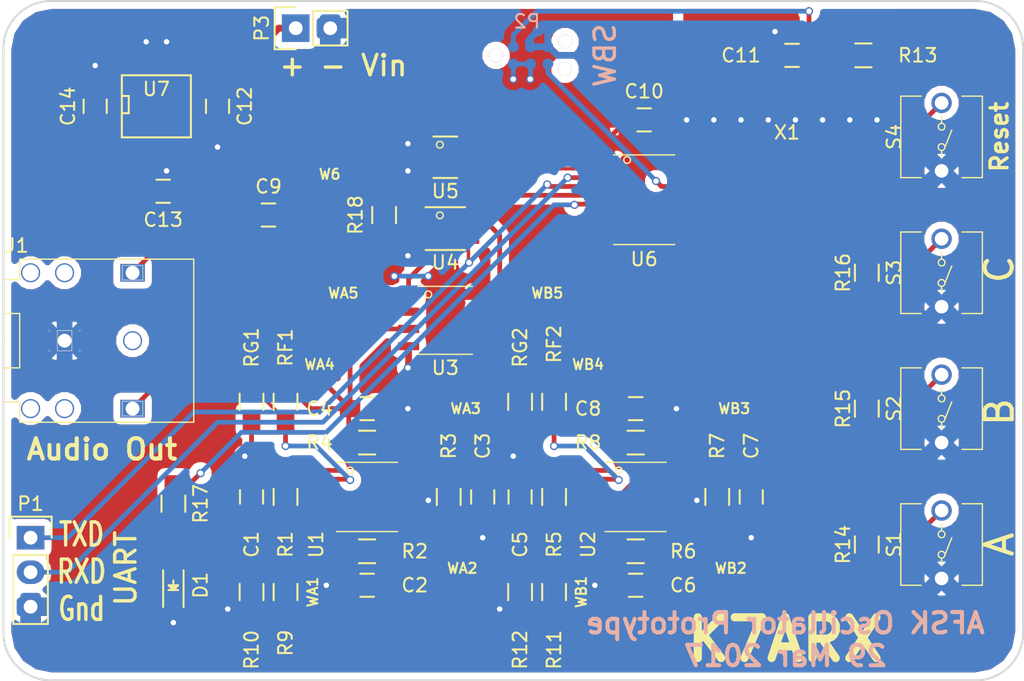
<source format=kicad_pcb>
(kicad_pcb (version 4) (host pcbnew 4.0.5)
  (layers (0 F.Cu signal) (31 B.Cu signal) (34 B.Paste user) (35 F.Paste user) (36 B.SilkS user) (37 F.SilkS user) (38 B.Mask user) (39 F.Mask user) (44 Edge.Cuts user))
  (net 0 "")
  (net 1 "Net-(C1-Pad1)")
  (net 2 GND)
  (net 3 "Net-(C2-Pad1)")
  (net 4 "Net-(C5-Pad1)")
  (net 5 "Net-(C6-Pad1)")
  (net 6 "Net-(C9-Pad1)")
  (net 7 "Net-(C9-Pad2)")
  (net 8 +3V3)
  (net 9 ~RST)
  (net 10 "Net-(C12-Pad2)")
  (net 11 "Net-(C13-Pad1)")
  (net 12 "Net-(C13-Pad2)")
  (net 13 "Net-(D1-Pad2)")
  (net 14 "Net-(J1-Pad3)")
  (net 15 TXD)
  (net 16 RXD)
  (net 17 TEST)
  (net 18 "Net-(R1-Pad2)")
  (net 19 "Net-(R2-Pad2)")
  (net 20 "Net-(R5-Pad2)")
  (net 21 "Net-(R6-Pad2)")
  (net 22 "Net-(R10-Pad2)")
  (net 23 B1)
  (net 24 B2)
  (net 25 B3)
  (net 26 LED)
  (net 27 AFSK_EN)
  (net 28 "Net-(RF1-Pad1)")
  (net 29 "Net-(RF2-Pad1)")
  (net 30 "Net-(U3-Pad1)")
  (net 31 "Net-(U3-Pad6)")
  (net 32 PTT)
  (net 33 "Net-(U6-Pad18)")
  (net 34 "Net-(U6-Pad19)")
  (net 35 "Net-(C3-Pad2)")
  (net 36 "Net-(C7-Pad2)")
  (net 37 "Net-(R3-Pad1)")
  (net 38 "Net-(R7-Pad1)")
  (net 39 "Net-(C4-Pad2)")
  (net 40 "Net-(C8-Pad2)")
  (net 41 "Net-(R4-Pad1)")
  (net 42 "Net-(R8-Pad1)")
  (net 43 "Net-(R11-Pad2)")
  (module Capacitors_SMD:C_0805_HandSoldering (layer F.Cu) (at 108.75 118 90)
    (fp_text reference C1 (at -3.5 0 90) (layer F.SilkS))
    (fp_text value C hide)
    (pad 1 smd rect (at -1.25 0 90) (size 1.5 1.25) (layers F.Cu F.Paste F.Mask) (net 1 "Net-(C1-Pad1)"))
    (pad 2 smd rect (at 1.25 0 90) (size 1.5 1.25) (layers F.Cu F.Paste F.Mask) (net 2 GND))
  )
  (module Capacitors_SMD:C_0805_HandSoldering (layer F.Cu) (at 117.25 124.5 180)
    (fp_text reference C2 (at -3.5 0 180) (layer F.SilkS))
    (fp_text value C hide)
    (pad 1 smd rect (at -1.25 0 180) (size 1.5 1.25) (layers F.Cu F.Paste F.Mask) (net 3 "Net-(C2-Pad1)"))
    (pad 2 smd rect (at 1.25 0 180) (size 1.5 1.25) (layers F.Cu F.Paste F.Mask) (net 2 GND))
  )
  (module Capacitors_SMD:C_0805_HandSoldering (layer F.Cu) (at 125.75 118 90)
    (fp_text reference C3 (at 3.75 0 90) (layer F.SilkS))
    (fp_text value C hide)
    (pad 1 smd rect (at -1.25 0 90) (size 1.5 1.25) (layers F.Cu F.Paste F.Mask) (net 2 GND))
    (pad 2 smd rect (at 1.25 0 90) (size 1.5 1.25) (layers F.Cu F.Paste F.Mask) (net 35 "Net-(C3-Pad2)"))
  )
  (module Capacitors_SMD:C_0805_HandSoldering (layer F.Cu) (at 117.25 111.5 180)
    (fp_text reference C4 (at 3.5 0 180) (layer F.SilkS))
    (fp_text value C hide)
    (pad 1 smd rect (at -1.25 0 180) (size 1.5 1.25) (layers F.Cu F.Paste F.Mask) (net 2 GND))
    (pad 2 smd rect (at 1.25 0 180) (size 1.5 1.25) (layers F.Cu F.Paste F.Mask) (net 39 "Net-(C4-Pad2)"))
  )
  (module Capacitors_SMD:C_0805_HandSoldering (layer F.Cu) (at 128.5 118 90)
    (fp_text reference C5 (at -3.5 0 90) (layer F.SilkS))
    (fp_text value C hide)
    (pad 1 smd rect (at -1.25 0 90) (size 1.5 1.25) (layers F.Cu F.Paste F.Mask) (net 4 "Net-(C5-Pad1)"))
    (pad 2 smd rect (at 1.25 0 90) (size 1.5 1.25) (layers F.Cu F.Paste F.Mask) (net 2 GND))
  )
  (module Capacitors_SMD:C_0805_HandSoldering (layer F.Cu) (at 137 124.5 180)
    (fp_text reference C6 (at -3.5 0 180) (layer F.SilkS))
    (fp_text value C hide)
    (pad 1 smd rect (at -1.25 0 180) (size 1.5 1.25) (layers F.Cu F.Paste F.Mask) (net 5 "Net-(C6-Pad1)"))
    (pad 2 smd rect (at 1.25 0 180) (size 1.5 1.25) (layers F.Cu F.Paste F.Mask) (net 2 GND))
  )
  (module Capacitors_SMD:C_0805_HandSoldering (layer F.Cu) (at 145.5 118 90)
    (fp_text reference C7 (at 3.75 0 90) (layer F.SilkS))
    (fp_text value C hide)
    (pad 1 smd rect (at -1.25 0 90) (size 1.5 1.25) (layers F.Cu F.Paste F.Mask) (net 2 GND))
    (pad 2 smd rect (at 1.25 0 90) (size 1.5 1.25) (layers F.Cu F.Paste F.Mask) (net 36 "Net-(C7-Pad2)"))
  )
  (module Capacitors_SMD:C_0805_HandSoldering (layer F.Cu) (at 137 111.5 180)
    (fp_text reference C8 (at 3.5 0 180) (layer F.SilkS))
    (fp_text value C hide)
    (pad 1 smd rect (at -1.25 0 180) (size 1.5 1.25) (layers F.Cu F.Paste F.Mask) (net 2 GND))
    (pad 2 smd rect (at 1.25 0 180) (size 1.5 1.25) (layers F.Cu F.Paste F.Mask) (net 40 "Net-(C8-Pad2)"))
  )
  (module Capacitors_SMD:C_0805_HandSoldering (layer F.Cu) (at 110 97.25)
    (fp_text reference C9 (at 0 -2.1) (layer F.SilkS))
    (fp_text value "10 uF" hide)
    (pad 1 smd rect (at -1.25 0) (size 1.5 1.25) (layers F.Cu F.Paste F.Mask) (net 6 "Net-(C9-Pad1)"))
    (pad 2 smd rect (at 1.25 0) (size 1.5 1.25) (layers F.Cu F.Paste F.Mask) (net 7 "Net-(C9-Pad2)"))
  )
  (module Capacitors_SMD:C_0805_HandSoldering (layer F.Cu) (at 137.625 90.25)
    (fp_text reference C10 (at 0 -2.1) (layer F.SilkS))
    (fp_text value "0.1 uF" hide)
    (pad 1 smd rect (at -1.25 0) (size 1.5 1.25) (layers F.Cu F.Paste F.Mask) (net 8 +3V3))
    (pad 2 smd rect (at 1.25 0) (size 1.5 1.25) (layers F.Cu F.Paste F.Mask) (net 2 GND))
  )
  (module Capacitors_SMD:C_0805_HandSoldering (layer F.Cu) (at 148.5 85.5 180)
    (fp_text reference C11 (at 3.75 0 180) (layer F.SilkS))
    (fp_text value "0.1 uF" hide)
    (pad 1 smd rect (at -1.25 0 180) (size 1.5 1.25) (layers F.Cu F.Paste F.Mask) (net 9 ~RST))
    (pad 2 smd rect (at 1.25 0 180) (size 1.5 1.25) (layers F.Cu F.Paste F.Mask) (net 2 GND))
  )
  (module Capacitors_SMD:C_0805_HandSoldering (layer F.Cu) (at 106.25 89.25 90)
    (fp_text reference C12 (at 0 2 90) (layer F.SilkS))
    (fp_text value 1uF hide)
    (pad 1 smd rect (at -1.25 0 90) (size 1.5 1.25) (layers F.Cu F.Paste F.Mask) (net 2 GND))
    (pad 2 smd rect (at 1.25 0 90) (size 1.5 1.25) (layers F.Cu F.Paste F.Mask) (net 10 "Net-(C12-Pad2)"))
  )
  (module Capacitors_SMD:C_0805_HandSoldering (layer F.Cu) (at 102.25 95.5 180)
    (fp_text reference C13 (at 0 -2.1 180) (layer F.SilkS))
    (fp_text value 0.01uF hide)
    (pad 1 smd rect (at -1.25 0 180) (size 1.5 1.25) (layers F.Cu F.Paste F.Mask) (net 11 "Net-(C13-Pad1)"))
    (pad 2 smd rect (at 1.25 0 180) (size 1.5 1.25) (layers F.Cu F.Paste F.Mask) (net 12 "Net-(C13-Pad2)"))
  )
  (module Capacitors_SMD:C_0805_HandSoldering (layer F.Cu) (at 97.25 89.25 270)
    (fp_text reference C14 (at 0 2 270) (layer F.SilkS))
    (fp_text value 10uF hide)
    (pad 1 smd rect (at -1.25 0 270) (size 1.5 1.25) (layers F.Cu F.Paste F.Mask) (net 2 GND))
    (pad 2 smd rect (at 1.25 0 270) (size 1.5 1.25) (layers F.Cu F.Paste F.Mask) (net 8 +3V3))
  )
  (module LEDs:LED-0805 (layer F.Cu) (at 103 124.5 90)
    (fp_text reference D1 (at 0 2 90) (layer F.SilkS))
    (fp_text value LED hide)
    (pad 2 smd rect (at 1.04902 0 270) (size 1.19888 1.19888) (layers F.Cu F.Paste F.Mask) (net 13 "Net-(D1-Pad2)"))
    (pad 1 smd rect (at -1.04902 0 270) (size 1.19888 1.19888) (layers F.Cu F.Paste F.Mask) (net 2 GND))
  )
  (module k7arx:Jack-TRS-SJ1-3523N (layer F.Cu) (at 90.5 106.5)
    (fp_text reference J1 (at 1 -7) (layer F.SilkS))
    (fp_text value "Audio Out Jack" hide)
    (pad ~ thru_hole circle (at 2 -5) (size 1.4 1.4) (drill 1.2) (layers *.Cu *.Mask))
    (pad ~ thru_hole circle (at 4.5 -5) (size 1.4 1.4) (drill 1.2) (layers *.Cu *.Mask))
    (pad ~ thru_hole circle (at 2 5) (size 1.4 1.4) (drill 1.2) (layers *.Cu *.Mask))
    (pad ~ thru_hole circle (at 4.5 5) (size 1.4 1.4) (drill 1.2) (layers *.Cu *.Mask))
    (pad ~ thru_hole circle (at 9.5 0) (size 1.4 1.4) (drill 1.2) (layers *.Cu *.Mask))
    (pad 1 thru_hole rect (at 4.5 0) (size 1.3 1.8) (drill 1.016) (layers *.Cu *.Mask) (net 2 GND))
    (pad 2 thru_hole rect (at 9.5 5) (size 1.8 1.3) (drill 1.016) (layers *.Cu *.Mask) (net 6 "Net-(C9-Pad1)"))
    (pad 3 thru_hole rect (at 9.5 -5) (size 1.8 1.3) (drill 1.016) (layers *.Cu *.Mask) (net 14 "Net-(J1-Pad3)"))
  )
  (module Pin_Headers:Pin_Header_Straight_1x03 (layer F.Cu) (at 92.5 121)
    (fp_text reference P1 (at 0 -2.5) (layer F.SilkS))
    (fp_text value UART hide)
    (pad 1 thru_hole rect (at 0 0) (size 2.032 1.7272) (drill 1.016) (layers *.Cu *.Mask) (net 15 TXD))
    (pad 2 thru_hole oval (at 0 2.54) (size 2.032 1.7272) (drill 1.016) (layers *.Cu *.Mask) (net 16 RXD))
    (pad 3 thru_hole oval (at 0 5.08) (size 2.032 1.7272) (drill 1.016) (layers *.Cu *.Mask) (net 2 GND))
  )
  (module k7arx:Tag-Connect_TC2030-NL (layer B.Cu) (at 128 85.5)
    (fp_text reference P2 (at 1 -2.5) (layer B.SilkS) (effects (justify mirror)))
    (fp_text value "SBW JTAG" hide)
    (pad "" np_thru_hole circle (at 3.81 1.016) (size 1 1) (drill 0.991) (layers *.Cu *.Mask B.SilkS))
    (pad "" np_thru_hole circle (at 3.81 -1.016) (size 1 1) (drill 0.991) (layers *.Cu *.Mask B.SilkS))
    (pad "" np_thru_hole circle (at -1.27 0) (size 1 1) (drill 0.991) (layers *.Cu *.Mask B.SilkS))
    (pad 6 smd circle (at 2.54 0.635) (size 0.787 0.787) (layers B.Cu B.Paste B.Mask) (net 17 TEST))
    (pad 5 smd circle (at 2.54 -0.635) (size 0.787 0.787) (layers B.Cu B.Paste B.Mask) (net 2 GND))
    (pad 4 smd circle (at 1.27 0.635) (size 0.787 0.787) (layers B.Cu B.Paste B.Mask) (net 8 +3V3))
    (pad 3 smd circle (at 1.27 -0.635) (size 0.787 0.787) (layers B.Cu B.Paste B.Mask) (net 2 GND))
    (pad 2 smd circle (at 0 0.635) (size 0.787 0.787) (layers B.Cu B.Paste B.Mask) (net 8 +3V3))
    (pad 1 smd circle (at 0 -0.635) (size 0.787 0.787) (layers B.Cu B.Paste B.Mask) (net 9 ~RST))
    (pad 1 smd circle (at 0 -0.635) (size 0.787 0.787) (layers B.Cu B.Paste B.Mask) (net 9 ~RST))
    (pad 2 smd circle (at 0 0.635) (size 0.787 0.787) (layers B.Cu B.Paste B.Mask) (net 8 +3V3))
    (pad 3 smd circle (at 1.27 -0.635) (size 0.787 0.787) (layers B.Cu B.Paste B.Mask) (net 2 GND))
    (pad 4 smd circle (at 1.27 0.635) (size 0.787 0.787) (layers B.Cu B.Paste B.Mask) (net 8 +3V3))
    (pad 5 smd circle (at 2.54 -0.635) (size 0.787 0.787) (layers B.Cu B.Paste B.Mask) (net 2 GND))
    (pad 6 smd circle (at 2.54 0.635) (size 0.787 0.787) (layers B.Cu B.Paste B.Mask) (net 17 TEST))
    (pad "" np_thru_hole circle (at -1.27 0) (size 1 1) (drill 0.991) (layers *.Cu *.Mask B.SilkS))
    (pad "" np_thru_hole circle (at 3.81 -1.016) (size 1 1) (drill 0.991) (layers *.Cu *.Mask B.SilkS))
    (pad "" np_thru_hole circle (at 3.81 1.016) (size 1 1) (drill 0.991) (layers *.Cu *.Mask B.SilkS))
  )
  (module Pin_Headers:Pin_Header_Straight_1x02 (layer F.Cu) (at 112 83.5 90)
    (fp_text reference P3 (at 0 -2.5 90) (layer F.SilkS))
    (fp_text value Power hide)
    (pad 1 thru_hole rect (at 0 0 90) (size 2.032 2.032) (drill 1.016) (layers *.Cu *.Mask) (net 10 "Net-(C12-Pad2)"))
    (pad 2 thru_hole oval (at 0 2.54 90) (size 2.032 2.032) (drill 1.016) (layers *.Cu *.Mask) (net 2 GND))
  )
  (module Resistors_SMD:R_0805_HandSoldering (layer F.Cu) (at 111.25 118 90)
    (fp_text reference R1 (at -3.5 0 90) (layer F.SilkS))
    (fp_text value R hide)
    (pad 1 smd rect (at -1.35 0 90) (size 1.5 1.3) (layers F.Cu F.Paste F.Mask) (net 1 "Net-(C1-Pad1)"))
    (pad 2 smd rect (at 1.35 0 90) (size 1.5 1.3) (layers F.Cu F.Paste F.Mask) (net 18 "Net-(R1-Pad2)"))
  )
  (module Resistors_SMD:R_0805_HandSoldering (layer F.Cu) (at 117.25 122 180)
    (fp_text reference R2 (at -3.5 0 180) (layer F.SilkS))
    (fp_text value R hide)
    (pad 1 smd rect (at -1.35 0 180) (size 1.5 1.3) (layers F.Cu F.Paste F.Mask) (net 3 "Net-(C2-Pad1)"))
    (pad 2 smd rect (at 1.35 0 180) (size 1.5 1.3) (layers F.Cu F.Paste F.Mask) (net 19 "Net-(R2-Pad2)"))
  )
  (module Resistors_SMD:R_0805_HandSoldering (layer F.Cu) (at 123.25 118 90)
    (fp_text reference R3 (at 3.75 0 90) (layer F.SilkS))
    (fp_text value R hide)
    (pad 1 smd rect (at -1.35 0 90) (size 1.5 1.3) (layers F.Cu F.Paste F.Mask) (net 37 "Net-(R3-Pad1)"))
    (pad 2 smd rect (at 1.35 0 90) (size 1.5 1.3) (layers F.Cu F.Paste F.Mask) (net 35 "Net-(C3-Pad2)"))
  )
  (module Resistors_SMD:R_0805_HandSoldering (layer F.Cu) (at 117.25 114 180)
    (fp_text reference R4 (at 3.5 0 180) (layer F.SilkS))
    (fp_text value R hide)
    (pad 1 smd rect (at -1.35 0 180) (size 1.5 1.3) (layers F.Cu F.Paste F.Mask) (net 41 "Net-(R4-Pad1)"))
    (pad 2 smd rect (at 1.35 0 180) (size 1.5 1.3) (layers F.Cu F.Paste F.Mask) (net 39 "Net-(C4-Pad2)"))
  )
  (module Resistors_SMD:R_0805_HandSoldering (layer F.Cu) (at 131 118 90)
    (fp_text reference R5 (at -3.5 0 90) (layer F.SilkS))
    (fp_text value R hide)
    (pad 1 smd rect (at -1.35 0 90) (size 1.5 1.3) (layers F.Cu F.Paste F.Mask) (net 4 "Net-(C5-Pad1)"))
    (pad 2 smd rect (at 1.35 0 90) (size 1.5 1.3) (layers F.Cu F.Paste F.Mask) (net 20 "Net-(R5-Pad2)"))
  )
  (module Resistors_SMD:R_0805_HandSoldering (layer F.Cu) (at 137 122 180)
    (fp_text reference R6 (at -3.5 0 180) (layer F.SilkS))
    (fp_text value R hide)
    (pad 1 smd rect (at -1.35 0 180) (size 1.5 1.3) (layers F.Cu F.Paste F.Mask) (net 5 "Net-(C6-Pad1)"))
    (pad 2 smd rect (at 1.35 0 180) (size 1.5 1.3) (layers F.Cu F.Paste F.Mask) (net 21 "Net-(R6-Pad2)"))
  )
  (module Resistors_SMD:R_0805_HandSoldering (layer F.Cu) (at 143 118 90)
    (fp_text reference R7 (at 3.75 0 90) (layer F.SilkS))
    (fp_text value R hide)
    (pad 1 smd rect (at -1.35 0 90) (size 1.5 1.3) (layers F.Cu F.Paste F.Mask) (net 38 "Net-(R7-Pad1)"))
    (pad 2 smd rect (at 1.35 0 90) (size 1.5 1.3) (layers F.Cu F.Paste F.Mask) (net 36 "Net-(C7-Pad2)"))
  )
  (module Resistors_SMD:R_0805_HandSoldering (layer F.Cu) (at 137 114 180)
    (fp_text reference R8 (at 3.5 0 180) (layer F.SilkS))
    (fp_text value R hide)
    (pad 1 smd rect (at -1.35 0 180) (size 1.5 1.3) (layers F.Cu F.Paste F.Mask) (net 42 "Net-(R8-Pad1)"))
    (pad 2 smd rect (at 1.35 0 180) (size 1.5 1.3) (layers F.Cu F.Paste F.Mask) (net 40 "Net-(C8-Pad2)"))
  )
  (module Resistors_SMD:R_0805_HandSoldering (layer F.Cu) (at 111.25 125 90)
    (fp_text reference R9 (at -3.75 0 90) (layer F.SilkS))
    (fp_text value 47k hide)
    (pad 1 smd rect (at -1.35 0 90) (size 1.5 1.3) (layers F.Cu F.Paste F.Mask) (net 8 +3V3))
    (pad 2 smd rect (at 1.35 0 90) (size 1.5 1.3) (layers F.Cu F.Paste F.Mask) (net 22 "Net-(R10-Pad2)"))
  )
  (module Resistors_SMD:R_0805_HandSoldering (layer F.Cu) (at 108.75 125 90)
    (fp_text reference R10 (at -4.25 0 90) (layer F.SilkS))
    (fp_text value 47k hide)
    (pad 1 smd rect (at -1.35 0 90) (size 1.5 1.3) (layers F.Cu F.Paste F.Mask) (net 2 GND))
    (pad 2 smd rect (at 1.35 0 90) (size 1.5 1.3) (layers F.Cu F.Paste F.Mask) (net 22 "Net-(R10-Pad2)"))
  )
  (module Resistors_SMD:R_0805_HandSoldering (layer F.Cu) (at 131 125 90)
    (fp_text reference R11 (at -4.25 0 90) (layer F.SilkS))
    (fp_text value 47k hide)
    (pad 1 smd rect (at -1.35 0 90) (size 1.5 1.3) (layers F.Cu F.Paste F.Mask) (net 8 +3V3))
    (pad 2 smd rect (at 1.35 0 90) (size 1.5 1.3) (layers F.Cu F.Paste F.Mask) (net 43 "Net-(R11-Pad2)"))
  )
  (module Resistors_SMD:R_0805_HandSoldering (layer F.Cu) (at 128.5 125 90)
    (fp_text reference R12 (at -4.25 0 90) (layer F.SilkS))
    (fp_text value 47k hide)
    (pad 1 smd rect (at -1.35 0 90) (size 1.5 1.3) (layers F.Cu F.Paste F.Mask) (net 2 GND))
    (pad 2 smd rect (at 1.35 0 90) (size 1.5 1.3) (layers F.Cu F.Paste F.Mask) (net 43 "Net-(R11-Pad2)"))
  )
  (module Resistors_SMD:R_0805_HandSoldering (layer F.Cu) (at 153.75 85.5)
    (fp_text reference R13 (at 4 0) (layer F.SilkS))
    (fp_text value 47k hide)
    (pad 1 smd rect (at -1.35 0) (size 1.5 1.3) (layers F.Cu F.Paste F.Mask) (net 9 ~RST))
    (pad 2 smd rect (at 1.35 0) (size 1.5 1.3) (layers F.Cu F.Paste F.Mask) (net 8 +3V3))
  )
  (module Resistors_SMD:R_0805_HandSoldering (layer F.Cu) (at 154 121.5 270)
    (fp_text reference R14 (at 0 1.75 270) (layer F.SilkS))
    (fp_text value 47k hide)
    (pad 1 smd rect (at -1.35 0 270) (size 1.5 1.3) (layers F.Cu F.Paste F.Mask) (net 23 B1))
    (pad 2 smd rect (at 1.35 0 270) (size 1.5 1.3) (layers F.Cu F.Paste F.Mask) (net 8 +3V3))
  )
  (module Resistors_SMD:R_0805_HandSoldering (layer F.Cu) (at 154 111.5 270)
    (fp_text reference R15 (at 0 1.75 270) (layer F.SilkS))
    (fp_text value 47k hide)
    (pad 1 smd rect (at -1.35 0 270) (size 1.5 1.3) (layers F.Cu F.Paste F.Mask) (net 24 B2))
    (pad 2 smd rect (at 1.35 0 270) (size 1.5 1.3) (layers F.Cu F.Paste F.Mask) (net 8 +3V3))
  )
  (module Resistors_SMD:R_0805_HandSoldering (layer F.Cu) (at 154 101.5 270)
    (fp_text reference R16 (at 0 1.75 270) (layer F.SilkS))
    (fp_text value 47k hide)
    (pad 1 smd rect (at -1.35 0 270) (size 1.5 1.3) (layers F.Cu F.Paste F.Mask) (net 25 B3))
    (pad 2 smd rect (at 1.35 0 270) (size 1.5 1.3) (layers F.Cu F.Paste F.Mask) (net 8 +3V3))
  )
  (module Resistors_SMD:R_0805_HandSoldering (layer F.Cu) (at 103 118.5 90)
    (fp_text reference R17 (at 0 2 90) (layer F.SilkS))
    (fp_text value 470 hide)
    (pad 1 smd rect (at -1.35 0 90) (size 1.5 1.3) (layers F.Cu F.Paste F.Mask) (net 13 "Net-(D1-Pad2)"))
    (pad 2 smd rect (at 1.35 0 90) (size 1.5 1.3) (layers F.Cu F.Paste F.Mask) (net 26 LED))
  )
  (module Resistors_SMD:R_0805_HandSoldering (layer F.Cu) (at 118.5 97.25 90)
    (fp_text reference R18 (at 0 -2.1 90) (layer F.SilkS))
    (fp_text value 47k hide)
    (pad 1 smd rect (at -1.35 0 90) (size 1.5 1.3) (layers F.Cu F.Paste F.Mask) (net 27 AFSK_EN))
    (pad 2 smd rect (at 1.35 0 90) (size 1.5 1.3) (layers F.Cu F.Paste F.Mask) (net 8 +3V3))
  )
  (module Resistors_SMD:R_0805_HandSoldering (layer F.Cu) (at 111.25 111 90)
    (fp_text reference RF1 (at 4 0 90) (layer F.SilkS))
    (fp_text value 360k hide)
    (pad 1 smd rect (at -1.35 0 90) (size 1.5 1.3) (layers F.Cu F.Paste F.Mask) (net 28 "Net-(RF1-Pad1)"))
    (pad 2 smd rect (at 1.35 0 90) (size 1.5 1.3) (layers F.Cu F.Paste F.Mask) (net 39 "Net-(C4-Pad2)"))
  )
  (module Resistors_SMD:R_0805_HandSoldering (layer F.Cu) (at 131 111 90)
    (fp_text reference RF2 (at 4.25 0 90) (layer F.SilkS))
    (fp_text value 360k hide)
    (pad 1 smd rect (at -1.35 0 90) (size 1.5 1.3) (layers F.Cu F.Paste F.Mask) (net 29 "Net-(RF2-Pad1)"))
    (pad 2 smd rect (at 1.35 0 90) (size 1.5 1.3) (layers F.Cu F.Paste F.Mask) (net 40 "Net-(C8-Pad2)"))
  )
  (module Resistors_SMD:R_0805_HandSoldering (layer F.Cu) (at 108.75 111 90)
    (fp_text reference RG1 (at 4 0 90) (layer F.SilkS))
    (fp_text value 1.5M hide)
    (pad 1 smd rect (at -1.35 0 90) (size 1.5 1.3) (layers F.Cu F.Paste F.Mask) (net 18 "Net-(R1-Pad2)"))
    (pad 2 smd rect (at 1.35 0 90) (size 1.5 1.3) (layers F.Cu F.Paste F.Mask) (net 28 "Net-(RF1-Pad1)"))
  )
  (module Resistors_SMD:R_0805_HandSoldering (layer F.Cu) (at 128.5 111 90)
    (fp_text reference RG2 (at 4 0 90) (layer F.SilkS))
    (fp_text value 1.5M hide)
    (pad 1 smd rect (at -1.35 0 90) (size 1.5 1.3) (layers F.Cu F.Paste F.Mask) (net 20 "Net-(R5-Pad2)"))
    (pad 2 smd rect (at 1.35 0 90) (size 1.5 1.3) (layers F.Cu F.Paste F.Mask) (net 29 "Net-(RF2-Pad1)"))
  )
  (module k7arx:SPST-EVQ2 (layer F.Cu) (at 159.5 121.5)
    (fp_text reference S1 (at -3.5 0 90) (layer F.SilkS))
    (fp_text value TactileSwitch_NO hide)
    (pad 1 thru_hole circle (at 0 2.5) (size 1.5 1.5) (drill 1) (layers *.Cu *.Mask) (net 2 GND))
    (pad 2 thru_hole circle (at 0 -2.5) (size 1.5 1.5) (drill 1) (layers *.Cu *.Mask) (net 23 B1))
  )
  (module k7arx:SPST-EVQ2 (layer F.Cu) (at 159.5 111.5)
    (fp_text reference S2 (at -3.5 0 90) (layer F.SilkS))
    (fp_text value TactileSwitch_NO hide)
    (pad 1 thru_hole circle (at 0 2.5) (size 1.5 1.5) (drill 1) (layers *.Cu *.Mask) (net 2 GND))
    (pad 2 thru_hole circle (at 0 -2.5) (size 1.5 1.5) (drill 1) (layers *.Cu *.Mask) (net 24 B2))
  )
  (module k7arx:SPST-EVQ2 (layer F.Cu) (at 159.5 101.5)
    (fp_text reference S3 (at -3.5 0 90) (layer F.SilkS))
    (fp_text value TactileSwitch_NO hide)
    (pad 1 thru_hole circle (at 0 2.5) (size 1.5 1.5) (drill 1) (layers *.Cu *.Mask) (net 2 GND))
    (pad 2 thru_hole circle (at 0 -2.5) (size 1.5 1.5) (drill 1) (layers *.Cu *.Mask) (net 25 B3))
  )
  (module k7arx:SPST-EVQ2 (layer F.Cu) (at 159.5 91.5)
    (fp_text reference S4 (at -3.5 0 90) (layer F.SilkS))
    (fp_text value TactileSwitch_NO hide)
    (pad 1 thru_hole circle (at 0 2.5) (size 1.5 1.5) (drill 1) (layers *.Cu *.Mask) (net 2 GND))
    (pad 2 thru_hole circle (at 0 -2.5) (size 1.5 1.5) (drill 1) (layers *.Cu *.Mask) (net 9 ~RST))
  )
  (module texas-instruments:PW-14 (layer F.Cu) (at 117.25 118 270)
    (fp_text reference U1 (at 3.5 3.75 450) (layer F.SilkS))
    (fp_text value OPA4322 hide)
    (pad 1 smd rect (at -1.95 2.8 270) (size 0.35 1.6) (layers F.Cu F.Paste F.Mask) (net 18 "Net-(R1-Pad2)"))
    (pad 2 smd rect (at -1.3 2.8 270) (size 0.35 1.6) (layers F.Cu F.Paste F.Mask) (net 28 "Net-(RF1-Pad1)"))
    (pad 3 smd rect (at -0.65 2.8 270) (size 0.35 1.6) (layers F.Cu F.Paste F.Mask) (net 22 "Net-(R10-Pad2)"))
    (pad 4 smd rect (at 0 2.8 270) (size 0.35 1.6) (layers F.Cu F.Paste F.Mask) (net 8 +3V3))
    (pad 5 smd rect (at 0.65 2.8 270) (size 0.35 1.6) (layers F.Cu F.Paste F.Mask) (net 1 "Net-(C1-Pad1)"))
    (pad 6 smd rect (at 1.3 2.8 270) (size 0.35 1.6) (layers F.Cu F.Paste F.Mask) (net 19 "Net-(R2-Pad2)"))
    (pad 7 smd rect (at 1.95 2.8 270) (size 0.35 1.6) (layers F.Cu F.Paste F.Mask) (net 19 "Net-(R2-Pad2)"))
    (pad 8 smd rect (at 1.95 -2.8 270) (size 0.35 1.6) (layers F.Cu F.Paste F.Mask) (net 37 "Net-(R3-Pad1)"))
    (pad 9 smd rect (at 1.3 -2.8 270) (size 0.35 1.6) (layers F.Cu F.Paste F.Mask) (net 37 "Net-(R3-Pad1)"))
    (pad 10 smd rect (at 0.65 -2.8 270) (size 0.35 1.6) (layers F.Cu F.Paste F.Mask) (net 3 "Net-(C2-Pad1)"))
    (pad 11 smd rect (at 0 -2.8 270) (size 0.35 1.6) (layers F.Cu F.Paste F.Mask) (net 2 GND))
    (pad 12 smd rect (at -0.65 -2.8 270) (size 0.35 1.6) (layers F.Cu F.Paste F.Mask) (net 35 "Net-(C3-Pad2)"))
    (pad 13 smd rect (at -1.3 -2.8 270) (size 0.35 1.6) (layers F.Cu F.Paste F.Mask) (net 41 "Net-(R4-Pad1)"))
    (pad 14 smd rect (at -1.95 -2.8 270) (size 0.35 1.6) (layers F.Cu F.Paste F.Mask) (net 41 "Net-(R4-Pad1)"))
  )
  (module texas-instruments:PW-14 (layer F.Cu) (at 137 118 270)
    (fp_text reference U2 (at 3.5 3.5 450) (layer F.SilkS))
    (fp_text value OPA4322 hide)
    (pad 1 smd rect (at -1.95 2.8 270) (size 0.35 1.6) (layers F.Cu F.Paste F.Mask) (net 20 "Net-(R5-Pad2)"))
    (pad 2 smd rect (at -1.3 2.8 270) (size 0.35 1.6) (layers F.Cu F.Paste F.Mask) (net 29 "Net-(RF2-Pad1)"))
    (pad 3 smd rect (at -0.65 2.8 270) (size 0.35 1.6) (layers F.Cu F.Paste F.Mask) (net 43 "Net-(R11-Pad2)"))
    (pad 4 smd rect (at 0 2.8 270) (size 0.35 1.6) (layers F.Cu F.Paste F.Mask) (net 8 +3V3))
    (pad 5 smd rect (at 0.65 2.8 270) (size 0.35 1.6) (layers F.Cu F.Paste F.Mask) (net 4 "Net-(C5-Pad1)"))
    (pad 6 smd rect (at 1.3 2.8 270) (size 0.35 1.6) (layers F.Cu F.Paste F.Mask) (net 21 "Net-(R6-Pad2)"))
    (pad 7 smd rect (at 1.95 2.8 270) (size 0.35 1.6) (layers F.Cu F.Paste F.Mask) (net 21 "Net-(R6-Pad2)"))
    (pad 8 smd rect (at 1.95 -2.8 270) (size 0.35 1.6) (layers F.Cu F.Paste F.Mask) (net 38 "Net-(R7-Pad1)"))
    (pad 9 smd rect (at 1.3 -2.8 270) (size 0.35 1.6) (layers F.Cu F.Paste F.Mask) (net 38 "Net-(R7-Pad1)"))
    (pad 10 smd rect (at 0.65 -2.8 270) (size 0.35 1.6) (layers F.Cu F.Paste F.Mask) (net 5 "Net-(C6-Pad1)"))
    (pad 11 smd rect (at 0 -2.8 270) (size 0.35 1.6) (layers F.Cu F.Paste F.Mask) (net 2 GND))
    (pad 12 smd rect (at -0.65 -2.8 270) (size 0.35 1.6) (layers F.Cu F.Paste F.Mask) (net 36 "Net-(C7-Pad2)"))
    (pad 13 smd rect (at -1.3 -2.8 270) (size 0.35 1.6) (layers F.Cu F.Paste F.Mask) (net 42 "Net-(R8-Pad1)"))
    (pad 14 smd rect (at -1.95 -2.8 270) (size 0.35 1.6) (layers F.Cu F.Paste F.Mask) (net 42 "Net-(R8-Pad1)"))
  )
  (module texas-instruments:D (layer F.Cu) (at 123 105 270)
    (fp_text reference U3 (at 3.5 0 360) (layer F.SilkS))
    (fp_text value OPA2322 hide)
    (pad 1 smd rect (at -1.905 2.7 270) (size 0.6 1.55) (layers F.Cu F.Paste F.Mask) (net 30 "Net-(U3-Pad1)"))
    (pad 2 smd rect (at -0.635 2.7 270) (size 0.6 1.55) (layers F.Cu F.Paste F.Mask) (net 30 "Net-(U3-Pad1)"))
    (pad 3 smd rect (at 0.635 2.7 270) (size 0.6 1.55) (layers F.Cu F.Paste F.Mask) (net 39 "Net-(C4-Pad2)"))
    (pad 4 smd rect (at 1.905 2.7 270) (size 0.6 1.55) (layers F.Cu F.Paste F.Mask) (net 2 GND))
    (pad 5 smd rect (at 1.905 -2.7 270) (size 0.6 1.55) (layers F.Cu F.Paste F.Mask) (net 40 "Net-(C8-Pad2)"))
    (pad 6 smd rect (at 0.635 -2.7 270) (size 0.6 1.55) (layers F.Cu F.Paste F.Mask) (net 31 "Net-(U3-Pad6)"))
    (pad 7 smd rect (at -0.635 -2.7 270) (size 0.6 1.55) (layers F.Cu F.Paste F.Mask) (net 31 "Net-(U3-Pad6)"))
    (pad 8 smd rect (at -1.905 -2.7 270) (size 0.6 1.55) (layers F.Cu F.Paste F.Mask) (net 8 +3V3))
  )
  (module texas-instruments:DCT (layer F.Cu) (at 123 98.25 270)
    (fp_text reference U4 (at 2.5 0 360) (layer F.SilkS))
    (fp_text value TS5A2053 hide)
    (pad 1 smd rect (at -0.975 1.7 270) (size 0.3 1.6) (layers F.Cu F.Paste F.Mask) (net 7 "Net-(C9-Pad2)"))
    (pad 2 smd rect (at -0.325 1.7 270) (size 0.3 1.6) (layers F.Cu F.Paste F.Mask) (net 27 AFSK_EN))
    (pad 3 smd rect (at 0.325 1.7 270) (size 0.3 1.6) (layers F.Cu F.Paste F.Mask) (net 2 GND))
    (pad 4 smd rect (at 0.975 1.7 270) (size 0.3 1.6) (layers F.Cu F.Paste F.Mask) (net 2 GND))
    (pad 5 smd rect (at 0.975 -1.7 270) (size 0.3 1.6) (layers F.Cu F.Paste F.Mask) (net 15 TXD))
    (pad 6 smd rect (at 0.325 -1.7 270) (size 0.3 1.6) (layers F.Cu F.Paste F.Mask) (net 30 "Net-(U3-Pad1)"))
    (pad 7 smd rect (at -0.325 -1.7 270) (size 0.3 1.6) (layers F.Cu F.Paste F.Mask) (net 31 "Net-(U3-Pad6)"))
    (pad 8 smd rect (at -0.975 -1.7 270) (size 0.3 1.6) (layers F.Cu F.Paste F.Mask) (net 8 +3V3))
  )
  (module texas-instruments:DBV (layer F.Cu) (at 123 93 270)
    (fp_text reference U5 (at 2.5 0 360) (layer F.SilkS))
    (fp_text value TS5A1066 hide)
    (pad 5 smd rect (at -0.95 -1.35 270) (size 0.6 1.05) (layers F.Cu F.Paste F.Mask) (net 8 +3V3))
    (pad 4 smd rect (at 0.95 -1.35 270) (size 0.6 1.05) (layers F.Cu F.Paste F.Mask) (net 32 PTT))
    (pad 1 smd rect (at -0.95 1.35 270) (size 0.6 1.05) (layers F.Cu F.Paste F.Mask) (net 2 GND))
    (pad 2 smd rect (at 0 1.35 270) (size 0.6 1.05) (layers F.Cu F.Paste F.Mask) (net 14 "Net-(J1-Pad3)"))
    (pad 3 smd rect (at 0.95 1.35 270) (size 0.6 1.05) (layers F.Cu F.Paste F.Mask) (net 2 GND))
  )
  (module texas-instruments:PW-20 (layer F.Cu) (at 137.625 96.125 270)
    (fp_text reference U6 (at 4.375 0 360) (layer F.SilkS))
    (fp_text value MSP430G2x53 hide)
    (pad 1 smd rect (at -2.925 2.8 270) (size 0.35 1.6) (layers F.Cu F.Paste F.Mask) (net 8 +3V3))
    (pad 2 smd rect (at -2.275 2.8 270) (size 0.35 1.6) (layers F.Cu F.Paste F.Mask) (net 27 AFSK_EN))
    (pad 3 smd rect (at -1.625 2.8 270) (size 0.35 1.6) (layers F.Cu F.Paste F.Mask) (net 16 RXD))
    (pad 4 smd rect (at -0.975 2.8 270) (size 0.35 1.6) (layers F.Cu F.Paste F.Mask) (net 15 TXD))
    (pad 5 smd rect (at -0.325 2.8 270) (size 0.35 1.6) (layers F.Cu F.Paste F.Mask) (net 32 PTT))
    (pad 6 smd rect (at 0.325 2.8 270) (size 0.35 1.6) (layers F.Cu F.Paste F.Mask) (net 26 LED))
    (pad 7 smd rect (at 0.975 2.8 270) (size 0.35 1.6) (layers F.Cu F.Paste F.Mask))
    (pad 8 smd rect (at 1.625 2.8 270) (size 0.35 1.6) (layers F.Cu F.Paste F.Mask))
    (pad 9 smd rect (at 2.275 2.8 270) (size 0.35 1.6) (layers F.Cu F.Paste F.Mask))
    (pad 10 smd rect (at 2.925 2.8 270) (size 0.35 1.6) (layers F.Cu F.Paste F.Mask))
    (pad 11 smd rect (at 2.925 -2.8 270) (size 0.35 1.6) (layers F.Cu F.Paste F.Mask) (net 23 B1))
    (pad 12 smd rect (at 2.275 -2.8 270) (size 0.35 1.6) (layers F.Cu F.Paste F.Mask) (net 24 B2))
    (pad 13 smd rect (at 1.625 -2.8 270) (size 0.35 1.6) (layers F.Cu F.Paste F.Mask) (net 25 B3))
    (pad 14 smd rect (at 0.975 -2.8 270) (size 0.35 1.6) (layers F.Cu F.Paste F.Mask))
    (pad 15 smd rect (at 0.325 -2.8 270) (size 0.35 1.6) (layers F.Cu F.Paste F.Mask))
    (pad 16 smd rect (at -0.325 -2.8 270) (size 0.35 1.6) (layers F.Cu F.Paste F.Mask) (net 9 ~RST))
    (pad 17 smd rect (at -0.975 -2.8 270) (size 0.35 1.6) (layers F.Cu F.Paste F.Mask) (net 17 TEST))
    (pad 18 smd rect (at -1.625 -2.8 270) (size 0.35 1.6) (layers F.Cu F.Paste F.Mask) (net 33 "Net-(U6-Pad18)"))
    (pad 19 smd rect (at -2.275 -2.8 270) (size 0.35 1.6) (layers F.Cu F.Paste F.Mask) (net 34 "Net-(U6-Pad19)"))
    (pad 20 smd rect (at -2.925 -2.8 270) (size 0.35 1.6) (layers F.Cu F.Paste F.Mask) (net 2 GND))
  )
  (module SMD_Packages:SOIC-8-N (layer F.Cu) (at 101.75 89.25)
    (fp_text reference U7 (at 0 -1.27) (layer F.SilkS))
    (fp_text value LT1763 hide)
    (pad 8 smd rect (at -1.905 -3.175) (size 0.508 1.143) (layers F.Cu F.Paste F.Mask) (net 10 "Net-(C12-Pad2)"))
    (pad 7 smd rect (at -0.635 -3.175) (size 0.508 1.143) (layers F.Cu F.Paste F.Mask) (net 2 GND))
    (pad 6 smd rect (at 0.635 -3.175) (size 0.508 1.143) (layers F.Cu F.Paste F.Mask) (net 2 GND))
    (pad 5 smd rect (at 1.905 -3.175) (size 0.508 1.143) (layers F.Cu F.Paste F.Mask) (net 10 "Net-(C12-Pad2)"))
    (pad 4 smd rect (at 1.905 3.175) (size 0.508 1.143) (layers F.Cu F.Paste F.Mask) (net 11 "Net-(C13-Pad1)"))
    (pad 3 smd rect (at 0.635 3.175) (size 0.508 1.143) (layers F.Cu F.Paste F.Mask) (net 2 GND))
    (pad 2 smd rect (at -0.635 3.175) (size 0.508 1.143) (layers F.Cu F.Paste F.Mask) (net 12 "Net-(C13-Pad2)"))
    (pad 1 smd rect (at -1.905 3.175) (size 0.508 1.143) (layers F.Cu F.Paste F.Mask) (net 8 +3V3))
  )
  (module k7arx:XTAL-CMR200T (layer F.Cu) (at 148.125 94.175 180)
    (fp_text reference X1 (at 0 3 180) (layer F.SilkS))
    (fp_text value Crystal hide)
    (pad ~ smd rect (at -3.875 0 180) (size 2.5 2.5) (layers F.Cu F.Paste F.Mask))
    (pad 2 smd rect (at 3.875 -1.25 180) (size 2.5 1) (layers F.Cu F.Paste F.Mask) (net 33 "Net-(U6-Pad18)"))
    (pad 1 smd rect (at 3.875 1.25 180) (size 2.5 1) (layers F.Cu F.Paste F.Mask) (net 34 "Net-(U6-Pad19)"))
  )
  (module k7arx:Test_Point (layer F.Cu) (at 114.5 95.5)
    (fp_text reference W6 (at 0 -1.25) (layer F.SilkS) (effects (font (size 0.75 0.75))))
    (fp_text value AOut hide)
    (pad 1 smd circle (at 0 0) (size 1 1) (layers F.Cu F.Paste F.Mask) (net 7 "Net-(C9-Pad2)"))
  )
  (module k7arx:Test_Point (layer F.Cu) (at 113.25 123.25)
    (fp_text reference WA1 (at 0 1.75 90) (layer F.SilkS) (effects (font (size 0.75 0.75))))
    (fp_text value Stage1A hide)
    (pad 1 smd circle (at 0 0) (size 1 1) (layers F.Cu F.Paste F.Mask) (net 1 "Net-(C1-Pad1)"))
  )
  (module k7arx:Test_Point (layer F.Cu) (at 122.25 123.25)
    (fp_text reference WA2 (at 2 0) (layer F.SilkS) (effects (font (size 0.75 0.75))))
    (fp_text value Stage2A hide)
    (pad 1 smd circle (at 0 0) (size 1 1) (layers F.Cu F.Paste F.Mask) (net 3 "Net-(C2-Pad1)"))
  )
  (module k7arx:Test_Point (layer F.Cu) (at 124.5 112.75)
    (fp_text reference WA3 (at 0 -1.25) (layer F.SilkS) (effects (font (size 0.75 0.75))))
    (fp_text value Stage3A hide)
    (pad 1 smd circle (at 0 0) (size 1 1) (layers F.Cu F.Paste F.Mask) (net 35 "Net-(C3-Pad2)"))
  )
  (module k7arx:Test_Point (layer F.Cu) (at 113.75 109.5)
    (fp_text reference WA4 (at 0 -1.25) (layer F.SilkS) (effects (font (size 0.75 0.75))))
    (fp_text value Stage4A hide)
    (pad 1 smd circle (at 0 0) (size 1 1) (layers F.Cu F.Paste F.Mask) (net 39 "Net-(C4-Pad2)"))
  )
  (module k7arx:Test_Point (layer F.Cu) (at 117.5 103)
    (fp_text reference WA5 (at -2 0) (layer F.SilkS) (effects (font (size 0.75 0.75))))
    (fp_text value OSCA hide)
    (pad 1 smd circle (at 0 0) (size 1 1) (layers F.Cu F.Paste F.Mask) (net 30 "Net-(U3-Pad1)"))
  )
  (module k7arx:Test_Point (layer F.Cu) (at 133 123.25)
    (fp_text reference WB1 (at 0 1.75 90) (layer F.SilkS) (effects (font (size 0.75 0.75))))
    (fp_text value Stage1B hide)
    (pad 1 smd circle (at 0 0) (size 1 1) (layers F.Cu F.Paste F.Mask) (net 4 "Net-(C5-Pad1)"))
  )
  (module k7arx:Test_Point (layer F.Cu) (at 142 123.25)
    (fp_text reference WB2 (at 2 0) (layer F.SilkS) (effects (font (size 0.75 0.75))))
    (fp_text value Stage2B hide)
    (pad 1 smd circle (at 0 0) (size 1 1) (layers F.Cu F.Paste F.Mask) (net 5 "Net-(C6-Pad1)"))
  )
  (module k7arx:Test_Point (layer F.Cu) (at 144.25 112.75)
    (fp_text reference WB3 (at 0 -1.25) (layer F.SilkS) (effects (font (size 0.75 0.75))))
    (fp_text value Stage3B hide)
    (pad 1 smd circle (at 0 0) (size 1 1) (layers F.Cu F.Paste F.Mask) (net 36 "Net-(C7-Pad2)"))
  )
  (module k7arx:Test_Point (layer F.Cu) (at 133.5 109.5)
    (fp_text reference WB4 (at 0 -1.25) (layer F.SilkS) (effects (font (size 0.75 0.75))))
    (fp_text value Stage4B hide)
    (pad 1 smd circle (at 0 0) (size 1 1) (layers F.Cu F.Paste F.Mask) (net 40 "Net-(C8-Pad2)"))
  )
  (module k7arx:Test_Point (layer F.Cu) (at 128.5 103)
    (fp_text reference WB5 (at 2 0) (layer F.SilkS) (effects (font (size 0.75 0.75))))
    (fp_text value OSCB hide)
    (pad 1 smd circle (at 0 0) (size 1 1) (layers F.Cu F.Paste F.Mask) (net 31 "Net-(U3-Pad6)"))
  )
  (gr_line (start 95.535 105.75) (end 94.465 105.75) (angle 90) (layer Edge.Cuts) (width 0.05))
  (gr_line (start 95.535 107.25) (end 95.535 105.75) (angle 90) (layer Edge.Cuts) (width 0.05))
  (gr_line (start 94.465 107.25) (end 95.535 107.25) (angle 90) (layer Edge.Cuts) (width 0.05))
  (gr_line (start 94.465 105.75) (end 94.465 107.25) (angle 90) (layer Edge.Cuts) (width 0.05))
  (gr_line (start 100.75 110.965) (end 99.25 110.965) (angle 90) (layer Edge.Cuts) (width 0.05))
  (gr_line (start 100.75 112.035) (end 100.75 110.965) (angle 90) (layer Edge.Cuts) (width 0.05))
  (gr_line (start 99.25 112.035) (end 100.75 112.035) (angle 90) (layer Edge.Cuts) (width 0.05))
  (gr_line (start 99.25 110.965) (end 99.25 112.035) (angle 90) (layer Edge.Cuts) (width 0.05))
  (gr_line (start 99.25 102.035) (end 100.75 102.035) (angle 90) (layer Edge.Cuts) (width 0.05))
  (gr_line (start 100.75 100.965) (end 100.75 102.035) (angle 90) (layer Edge.Cuts) (width 0.05))
  (gr_line (start 99.25 100.965) (end 100.75 100.965) (angle 90) (layer Edge.Cuts) (width 0.05))
  (gr_line (start 99.25 102.035) (end 99.25 100.965) (angle 90) (layer Edge.Cuts) (width 0.05))
  (gr_arc (start 162 85) (end 162 81.5) (angle 90) (layer Edge.Cuts) (width 0.15))
  (gr_arc (start 162 128) (end 165.5 128) (angle 90) (layer Edge.Cuts) (width 0.15))
  (gr_arc (start 94 85) (end 90.5 85) (angle 90) (layer Edge.Cuts) (width 0.15))
  (gr_line (start 90.5 106.5) (end 90.5 85) (angle 90) (layer Edge.Cuts) (width 0.15))
  (gr_line (start 162 81.5) (end 94 81.5) (angle 90) (layer Edge.Cuts) (width 0.15))
  (gr_line (start 165.5 128) (end 165.5 85) (angle 90) (layer Edge.Cuts) (width 0.15))
  (gr_arc (start 94 128) (end 94 131.5) (angle 90) (layer Edge.Cuts) (width 0.15))
  (gr_line (start 94 131.5) (end 162 131.5) (angle 90) (layer Edge.Cuts) (width 0.15))
  (gr_line (start 90.5 106.5) (end 90.5 128) (angle 90) (layer Edge.Cuts) (width 0.15))
  (gr_text "Audio Out" (at 97.75 114.5) (layer F.SilkS) (effects (font (size 1.5 1.5) (thickness 0.3))))
  (gr_text "AFSK Oscillator Prototype\n29 Mar 2017" (at 148 128.5) (layer B.SilkS) (effects (font (size 1.5 1.5) (thickness 0.3)) (justify mirror)))
  (gr_text C (at 163.75 101.25 90) (layer F.SilkS) (effects (font (size 2 2) (thickness 0.3))))
  (gr_text B (at 163.75 111.75 90) (layer F.SilkS) (effects (font (size 2 2) (thickness 0.3))))
  (gr_text A (at 163.75 121.5 90) (layer F.SilkS) (effects (font (size 2 2) (thickness 0.3))))
  (gr_text Reset (at 163.75 91.5 90) (layer F.SilkS) (effects (font (size 1.25 1.25) (thickness 0.25))))
  (gr_text SBW (at 134.75 85.5 90) (layer B.SilkS) (effects (font (size 1.5 1.5) (thickness 0.25)) (justify mirror)))
  (gr_text "+ - Vin" (at 115.5 86.25) (layer F.SilkS) (effects (font (size 1.5 1.5) (thickness 0.25))))
  (gr_text UART (at 99.5 123.25 90) (layer F.SilkS) (effects (font (size 1.5 1.5) (thickness 0.25))))
  (gr_text "TXD\nRXD\nGnd" (at 96.25 123.5) (layer F.SilkS) (effects (font (size 1.7 1.2) (thickness 0.25))))
  (gr_text K7ARX (at 148 128.5) (layer F.SilkS) (effects (font (size 3 3) (thickness 0.6))))
  (segment (start 111.25 119.35) (end 111.25 121.25) (width 0.35) (layer F.Cu) (net 1))
  (segment (start 111.25 121.25) (end 113.25 123.25) (width 0.35) (layer F.Cu) (net 1))
  (segment (start 108.75 119.25) (end 111.15 119.25) (width 0.35) (layer F.Cu) (net 1))
  (segment (start 111.15 119.25) (end 111.25 119.35) (width 0.25) (layer F.Cu) (net 1))
  (segment (start 114.45 118.65) (end 111.95 118.65) (width 0.25) (layer F.Cu) (net 1))
  (segment (start 111.95 118.65) (end 111.25 119.35) (width 0.25) (layer F.Cu) (net 1))
  (segment (start 103 125.54902) (end 103 127.25) (width 0.5) (layer F.Cu) (net 2))
  (via (at 103 127.25) (size 0.6) (drill 0.4) (layers F.Cu B.Cu) (net 2))
  (segment (start 121.3 99.225) (end 121.275 99.225) (width 0.5) (layer F.Cu) (net 2))
  (segment (start 121.275 99.225) (end 120.25 100.25) (width 0.5) (layer F.Cu) (net 2))
  (via (at 120.25 100.25) (size 0.6) (drill 0.4) (layers F.Cu B.Cu) (net 2))
  (segment (start 121.3 98.575) (end 121.3 99.225) (width 0.5) (layer F.Cu) (net 2))
  (segment (start 120.25 108.5) (end 120.25 111.5) (width 0.5) (layer B.Cu) (net 2))
  (via (at 120.25 111.5) (size 0.6) (drill 0.4) (layers F.Cu B.Cu) (net 2))
  (segment (start 118.5 111.5) (end 120.25 111.5) (width 0.5) (layer F.Cu) (net 2))
  (segment (start 120.3 108.45) (end 120.25 108.5) (width 0.25) (layer F.Cu) (net 2))
  (via (at 120.25 108.5) (size 0.6) (drill 0.4) (layers F.Cu B.Cu) (net 2))
  (segment (start 120.3 108.45) (end 120.3 106.905) (width 0.5) (layer F.Cu) (net 2))
  (segment (start 148.75 90.25) (end 150.75 90.25) (width 0.5) (layer B.Cu) (net 2))
  (via (at 142.75 90.25) (size 0.6) (drill 0.4) (layers F.Cu B.Cu) (net 2))
  (segment (start 142.75 90.25) (end 144.75 90.25) (width 0.5) (layer F.Cu) (net 2))
  (via (at 144.75 90.25) (size 0.6) (drill 0.4) (layers F.Cu B.Cu) (net 2))
  (segment (start 144.75 90.25) (end 146.75 90.25) (width 0.5) (layer B.Cu) (net 2))
  (via (at 146.75 90.25) (size 0.6) (drill 0.4) (layers F.Cu B.Cu) (net 2))
  (segment (start 146.75 90.25) (end 148.75 90.25) (width 0.5) (layer F.Cu) (net 2))
  (via (at 148.75 90.25) (size 0.6) (drill 0.4) (layers F.Cu B.Cu) (net 2))
  (segment (start 138.875 90.25) (end 140.75 90.25) (width 0.5) (layer F.Cu) (net 2))
  (via (at 140.75 90.25) (size 0.6) (drill 0.4) (layers F.Cu B.Cu) (net 2))
  (segment (start 140.75 90.25) (end 142.75 90.25) (width 0.5) (layer B.Cu) (net 2))
  (via (at 154.75 90.25) (size 0.6) (drill 0.4) (layers F.Cu B.Cu) (net 2))
  (segment (start 152.75 90.25) (end 154.75 90.25) (width 0.5) (layer B.Cu) (net 2))
  (via (at 152.75 90.25) (size 0.6) (drill 0.4) (layers F.Cu B.Cu) (net 2))
  (segment (start 150.75 90.25) (end 152.75 90.25) (width 0.5) (layer F.Cu) (net 2))
  (via (at 150.75 90.25) (size 0.6) (drill 0.4) (layers F.Cu B.Cu) (net 2))
  (segment (start 129.27 84.865) (end 129.27 84.23) (width 0.5) (layer B.Cu) (net 2))
  (segment (start 129.27 84.23) (end 130 83.5) (width 0.5) (layer B.Cu) (net 2))
  (segment (start 130.54 84.865) (end 130.54 83.96) (width 0.5) (layer B.Cu) (net 2))
  (segment (start 130.54 83.96) (end 131 83.5) (width 0.5) (layer B.Cu) (net 2))
  (segment (start 129.27 84.865) (end 129.27 84.73) (width 0.25) (layer B.Cu) (net 2))
  (segment (start 130.54 84.865) (end 130.615 84.865) (width 0.25) (layer B.Cu) (net 2))
  (segment (start 130.615 84.865) (end 131.25 85.5) (width 0.5) (layer B.Cu) (net 2))
  (segment (start 131.25 85.5) (end 133.75 85.5) (width 0.5) (layer B.Cu) (net 2))
  (segment (start 129.27 84.865) (end 130.54 84.865) (width 0.5) (layer B.Cu) (net 2))
  (segment (start 121.65 92.05) (end 120.3 92.05) (width 0.5) (layer F.Cu) (net 2))
  (via (at 120.25 92) (size 0.6) (drill 0.4) (layers F.Cu B.Cu) (net 2))
  (segment (start 120.3 92.05) (end 120.25 92) (width 0.5) (layer F.Cu) (net 2))
  (segment (start 121.65 93.95) (end 120.3 93.95) (width 0.5) (layer F.Cu) (net 2))
  (via (at 120.25 94) (size 0.6) (drill 0.4) (layers F.Cu B.Cu) (net 2))
  (segment (start 120.3 93.95) (end 120.25 94) (width 0.5) (layer F.Cu) (net 2))
  (segment (start 108.75 126.35) (end 107.1 126.35) (width 0.5) (layer F.Cu) (net 2))
  (via (at 107 126.25) (size 0.6) (drill 0.4) (layers F.Cu B.Cu) (net 2))
  (segment (start 107.1 126.35) (end 107 126.25) (width 0.5) (layer F.Cu) (net 2))
  (segment (start 116 124.5) (end 114.25 124.5) (width 0.5) (layer F.Cu) (net 2))
  (via (at 114.25 124.5) (size 0.6) (drill 0.4) (layers F.Cu B.Cu) (net 2))
  (segment (start 108.75 116.75) (end 108.75 115.5) (width 0.5) (layer F.Cu) (net 2))
  (via (at 108.25 115) (size 0.6) (drill 0.4) (layers F.Cu B.Cu) (net 2))
  (segment (start 108.75 115.5) (end 108.25 115) (width 0.5) (layer F.Cu) (net 2))
  (segment (start 120.05 118) (end 121.5 118) (width 0.5) (layer F.Cu) (net 2))
  (via (at 121.75 118.25) (size 0.6) (drill 0.4) (layers F.Cu B.Cu) (net 2))
  (segment (start 121.5 118) (end 121.75 118.25) (width 0.5) (layer F.Cu) (net 2))
  (segment (start 128.5 116.75) (end 128.5 115.5) (width 0.5) (layer F.Cu) (net 2))
  (via (at 128 115) (size 0.6) (drill 0.4) (layers F.Cu B.Cu) (net 2))
  (segment (start 128.5 115.5) (end 128 115) (width 0.5) (layer F.Cu) (net 2))
  (segment (start 125.75 119.25) (end 125.75 121) (width 0.5) (layer F.Cu) (net 2))
  (via (at 125.75 121) (size 0.6) (drill 0.4) (layers F.Cu B.Cu) (net 2))
  (segment (start 128.5 126.35) (end 127.1 126.35) (width 0.5) (layer F.Cu) (net 2))
  (via (at 127 126.25) (size 0.6) (drill 0.4) (layers F.Cu B.Cu) (net 2))
  (segment (start 127.1 126.35) (end 127 126.25) (width 0.5) (layer F.Cu) (net 2))
  (segment (start 135.75 124.5) (end 134 124.5) (width 0.5) (layer F.Cu) (net 2))
  (via (at 134 124.5) (size 0.6) (drill 0.4) (layers F.Cu B.Cu) (net 2))
  (segment (start 138.25 111.5) (end 140 111.5) (width 0.5) (layer F.Cu) (net 2))
  (via (at 140 111.5) (size 0.6) (drill 0.4) (layers F.Cu B.Cu) (net 2))
  (segment (start 145.5 119.25) (end 145.5 121) (width 0.5) (layer F.Cu) (net 2))
  (via (at 145.5 121) (size 0.6) (drill 0.4) (layers F.Cu B.Cu) (net 2))
  (segment (start 139.8 118) (end 141.25 118) (width 0.5) (layer F.Cu) (net 2))
  (via (at 141.5 118.25) (size 0.6) (drill 0.4) (layers F.Cu B.Cu) (net 2))
  (segment (start 141.25 118) (end 141.5 118.25) (width 0.5) (layer F.Cu) (net 2))
  (segment (start 147.25 85.5) (end 147.25 83.75) (width 0.5) (layer F.Cu) (net 2))
  (via (at 147.25 83.75) (size 0.6) (drill 0.4) (layers F.Cu B.Cu) (net 2))
  (segment (start 140.425 93.2) (end 139.95 93.2) (width 0.25) (layer F.Cu) (net 2))
  (segment (start 139.95 93.2) (end 138.875 92.125) (width 0.5) (layer F.Cu) (net 2))
  (segment (start 138.875 92.125) (end 138.875 90.25) (width 0.5) (layer F.Cu) (net 2))
  (segment (start 106.25 90.5) (end 106.25 92.25) (width 0.5) (layer F.Cu) (net 2))
  (via (at 106.25 92.25) (size 0.6) (drill 0.4) (layers F.Cu B.Cu) (net 2))
  (segment (start 97.25 88) (end 97.25 86.25) (width 0.5) (layer F.Cu) (net 2))
  (via (at 97.25 86.25) (size 0.6) (drill 0.4) (layers F.Cu B.Cu) (net 2))
  (segment (start 102.385 92.425) (end 102.385 93.885) (width 0.5) (layer F.Cu) (net 2))
  (via (at 102.5 94) (size 0.6) (drill 0.4) (layers F.Cu B.Cu) (net 2))
  (segment (start 102.385 93.885) (end 102.5 94) (width 0.5) (layer F.Cu) (net 2))
  (segment (start 102.385 86.075) (end 102.385 84.615) (width 0.5) (layer F.Cu) (net 2))
  (via (at 102.5 84.5) (size 0.6) (drill 0.4) (layers F.Cu B.Cu) (net 2))
  (segment (start 102.385 84.615) (end 102.5 84.5) (width 0.5) (layer F.Cu) (net 2))
  (segment (start 101.115 86.075) (end 101.115 84.615) (width 0.5) (layer F.Cu) (net 2))
  (via (at 101 84.5) (size 0.6) (drill 0.4) (layers F.Cu B.Cu) (net 2))
  (segment (start 101.115 84.615) (end 101 84.5) (width 0.5) (layer F.Cu) (net 2))
  (segment (start 95 106.5) (end 96.5 105) (width 0.5) (layer B.Cu) (net 2))
  (segment (start 95 106.5) (end 93.5 105) (width 0.5) (layer B.Cu) (net 2))
  (segment (start 95 106.5) (end 93.5 108) (width 0.5) (layer B.Cu) (net 2))
  (segment (start 95 106.5) (end 96.5 108) (width 0.5) (layer B.Cu) (net 2))
  (segment (start 95 106.5) (end 93 106.5) (width 0.5) (layer B.Cu) (net 2))
  (segment (start 95 106.5) (end 95 109) (width 0.5) (layer B.Cu) (net 2))
  (segment (start 95 106.5) (end 97 106.5) (width 0.5) (layer B.Cu) (net 2))
  (segment (start 95 106.5) (end 95 104.5) (width 0.5) (layer B.Cu) (net 2))
  (segment (start 125.65 119.35) (end 125.75 119.25) (width 0.25) (layer F.Cu) (net 2))
  (segment (start 122.25 123.25) (end 119.85 123.25) (width 0.35) (layer F.Cu) (net 3))
  (segment (start 119.85 123.25) (end 118.6 122) (width 0.35) (layer F.Cu) (net 3))
  (segment (start 118.6 122) (end 118.6 124.4) (width 0.35) (layer F.Cu) (net 3))
  (segment (start 118.6 124.4) (end 118.5 124.5) (width 0.25) (layer F.Cu) (net 3))
  (segment (start 120.05 118.65) (end 119.1 118.65) (width 0.35) (layer F.Cu) (net 3))
  (segment (start 118.6 119.15) (end 118.6 122) (width 0.35) (layer F.Cu) (net 3))
  (segment (start 119.1 118.65) (end 118.6 119.15) (width 0.35) (layer F.Cu) (net 3))
  (segment (start 118.5 122.1) (end 118.6 122) (width 0.25) (layer F.Cu) (net 3))
  (segment (start 131 119.35) (end 131 121.25) (width 0.35) (layer F.Cu) (net 4))
  (segment (start 131 121.25) (end 133 123.25) (width 0.35) (layer F.Cu) (net 4))
  (segment (start 131 119.35) (end 128.6 119.35) (width 0.35) (layer F.Cu) (net 4))
  (segment (start 128.6 119.35) (end 128.5 119.25) (width 0.25) (layer F.Cu) (net 4))
  (segment (start 134.2 118.65) (end 131.7 118.65) (width 0.35) (layer F.Cu) (net 4))
  (segment (start 131.7 118.65) (end 131 119.35) (width 0.35) (layer F.Cu) (net 4))
  (segment (start 142 123.25) (end 139.6 123.25) (width 0.35) (layer F.Cu) (net 5))
  (segment (start 139.6 123.25) (end 138.35 122) (width 0.35) (layer F.Cu) (net 5))
  (segment (start 139.8 118.65) (end 138.85 118.65) (width 0.35) (layer F.Cu) (net 5))
  (segment (start 138.35 119.15) (end 138.35 122) (width 0.35) (layer F.Cu) (net 5))
  (segment (start 138.85 118.65) (end 138.35 119.15) (width 0.35) (layer F.Cu) (net 5))
  (segment (start 138.35 122) (end 138.35 124.4) (width 0.35) (layer F.Cu) (net 5))
  (segment (start 138.35 124.4) (end 138.25 124.5) (width 0.25) (layer F.Cu) (net 5))
  (segment (start 108.75 97.25) (end 108.75 102.75) (width 0.35) (layer F.Cu) (net 6))
  (segment (start 108.75 102.75) (end 100 111.5) (width 0.35) (layer F.Cu) (net 6))
  (segment (start 114.5 95.5) (end 114.5 97.275) (width 0.35) (layer F.Cu) (net 7))
  (segment (start 114.5 97.275) (end 114.5 97.25) (width 0.25) (layer F.Cu) (net 7))
  (segment (start 114.5 97.25) (end 114.5 97.275) (width 0.25) (layer F.Cu) (net 7))
  (segment (start 121.3 97.275) (end 114.5 97.275) (width 0.35) (layer F.Cu) (net 7))
  (segment (start 114.5 97.275) (end 111.275 97.275) (width 0.35) (layer F.Cu) (net 7))
  (segment (start 111.275 97.275) (end 111.25 97.25) (width 0.25) (layer F.Cu) (net 7))
  (segment (start 125.7 103.095) (end 123.095 103.095) (width 0.35) (layer F.Cu) (net 8))
  (via (at 119.25 101.75) (size 0.6) (drill 0.4) (layers F.Cu B.Cu) (net 8))
  (segment (start 121.75 101.75) (end 119.25 101.75) (width 0.35) (layer B.Cu) (net 8))
  (via (at 121.75 101.75) (size 0.6) (drill 0.4) (layers F.Cu B.Cu) (net 8))
  (segment (start 123.095 103.095) (end 121.75 101.75) (width 0.35) (layer F.Cu) (net 8))
  (segment (start 155.1 85.5) (end 157 85.5) (width 0.35) (layer F.Cu) (net 8))
  (segment (start 114.45 118) (end 116 118) (width 0.35) (layer F.Cu) (net 8))
  (segment (start 117.25 119.25) (end 117.25 127) (width 0.35) (layer F.Cu) (net 8))
  (segment (start 116 118) (end 117.25 119.25) (width 0.35) (layer F.Cu) (net 8))
  (segment (start 134.2 118) (end 135.75 118) (width 0.35) (layer F.Cu) (net 8))
  (segment (start 137.5 112.75) (end 140.25 112.75) (width 0.35) (layer F.Cu) (net 8))
  (segment (start 137 113.25) (end 137.5 112.75) (width 0.35) (layer F.Cu) (net 8))
  (segment (start 137 116.75) (end 137 113.25) (width 0.35) (layer F.Cu) (net 8))
  (segment (start 135.75 118) (end 137 116.75) (width 0.35) (layer F.Cu) (net 8))
  (segment (start 124.7 97.275) (end 126.475 97.275) (width 0.35) (layer F.Cu) (net 8))
  (segment (start 126.475 97.275) (end 126.75 97) (width 0.35) (layer F.Cu) (net 8))
  (segment (start 134.825 93.2) (end 134.825 91.8) (width 0.35) (layer F.Cu) (net 8))
  (segment (start 134.825 91.8) (end 136.375 90.25) (width 0.35) (layer F.Cu) (net 8))
  (segment (start 129.27 86.135) (end 129.27 87.23) (width 0.35) (layer B.Cu) (net 8))
  (via (at 129.25 87.25) (size 0.6) (drill 0.4) (layers F.Cu B.Cu) (net 8))
  (segment (start 129.27 87.23) (end 129.25 87.25) (width 0.25) (layer B.Cu) (net 8))
  (segment (start 128 86.135) (end 128 87.25) (width 0.35) (layer B.Cu) (net 8))
  (via (at 128 87.25) (size 0.6) (drill 0.4) (layers F.Cu B.Cu) (net 8))
  (segment (start 128 86.135) (end 129.27 86.135) (width 0.35) (layer B.Cu) (net 8))
  (segment (start 152.4 85.5) (end 149.75 85.5) (width 0.35) (layer F.Cu) (net 9))
  (segment (start 155.75 92.75) (end 155.75 88.85) (width 0.35) (layer F.Cu) (net 9))
  (segment (start 155.75 88.85) (end 152.4 85.5) (width 0.35) (layer F.Cu) (net 9))
  (segment (start 140.425 95.8) (end 141.8 95.8) (width 0.35) (layer F.Cu) (net 9))
  (segment (start 155.75 92.75) (end 159.5 89) (width 0.35) (layer F.Cu) (net 9))
  (segment (start 155.75 95.75) (end 155.75 92.75) (width 0.35) (layer F.Cu) (net 9))
  (segment (start 152.5 99) (end 155.75 95.75) (width 0.35) (layer F.Cu) (net 9))
  (segment (start 145 99) (end 152.5 99) (width 0.35) (layer F.Cu) (net 9))
  (segment (start 141.8 95.8) (end 145 99) (width 0.35) (layer F.Cu) (net 9))
  (segment (start 128 84.865) (end 128 84) (width 0.35) (layer B.Cu) (net 9))
  (segment (start 149.75 82.25) (end 149.75 85.5) (width 0.35) (layer F.Cu) (net 9))
  (via (at 149.75 82.25) (size 0.6) (drill 0.4) (layers F.Cu B.Cu) (net 9))
  (segment (start 129.75 82.25) (end 149.75 82.25) (width 0.35) (layer B.Cu) (net 9))
  (segment (start 128 84) (end 129.75 82.25) (width 0.35) (layer B.Cu) (net 9))
  (segment (start 128 84.865) (end 128 84.75) (width 0.25) (layer B.Cu) (net 9))
  (segment (start 149.85 85.6) (end 149.75 85.5) (width 0.25) (layer F.Cu) (net 9))
  (segment (start 112 83.5) (end 110.75 83.5) (width 0.5) (layer F.Cu) (net 10))
  (segment (start 110.75 83.5) (end 106.25 88) (width 0.5) (layer F.Cu) (net 10))
  (segment (start 103 87.5) (end 105.75 87.5) (width 0.5) (layer F.Cu) (net 10))
  (segment (start 105.75 87.5) (end 106.25 88) (width 0.25) (layer F.Cu) (net 10))
  (segment (start 103.655 86.075) (end 103.655 86.845) (width 0.5) (layer F.Cu) (net 10))
  (segment (start 99.845 86.845) (end 100.5 87.5) (width 0.5) (layer F.Cu) (net 10))
  (segment (start 100.5 87.5) (end 102 87.5) (width 0.5) (layer F.Cu) (net 10))
  (segment (start 99.845 86.845) (end 99.845 86.075) (width 0.5) (layer F.Cu) (net 10))
  (segment (start 103 87.5) (end 102 87.5) (width 0.5) (layer F.Cu) (net 10))
  (segment (start 103.655 86.845) (end 103 87.5) (width 0.5) (layer F.Cu) (net 10))
  (segment (start 103.655 92.425) (end 103.655 95.345) (width 0.35) (layer F.Cu) (net 11))
  (segment (start 103.655 95.345) (end 103.5 95.5) (width 0.25) (layer F.Cu) (net 11))
  (segment (start 101.115 92.425) (end 101.115 95.385) (width 0.35) (layer F.Cu) (net 12))
  (segment (start 101.115 95.385) (end 101 95.5) (width 0.25) (layer F.Cu) (net 12))
  (segment (start 103 119.85) (end 103 123.45098) (width 0.35) (layer F.Cu) (net 13))
  (segment (start 121.65 93) (end 108.5 93) (width 0.35) (layer F.Cu) (net 14))
  (segment (start 108.5 93) (end 100 101.5) (width 0.35) (layer F.Cu) (net 14))
  (segment (start 134.825 95.15) (end 130.65 95.15) (width 0.35) (layer F.Cu) (net 15))
  (segment (start 130.5 95) (end 124.75 100.75) (width 0.35) (layer B.Cu) (net 15))
  (via (at 130.5 95) (size 0.6) (drill 0.4) (layers F.Cu B.Cu) (net 15))
  (segment (start 130.65 95.15) (end 130.5 95) (width 0.35) (layer F.Cu) (net 15))
  (segment (start 124.75 100.75) (end 116.75 108.75) (width 0.35) (layer B.Cu) (net 15))
  (segment (start 95.25 121) (end 92.5 121) (width 0.35) (layer B.Cu) (net 15))
  (segment (start 104.5 111.75) (end 95.25 121) (width 0.35) (layer B.Cu) (net 15))
  (segment (start 113.75 111.75) (end 104.5 111.75) (width 0.35) (layer B.Cu) (net 15))
  (segment (start 116.75 108.75) (end 113.75 111.75) (width 0.35) (layer B.Cu) (net 15))
  (segment (start 124.7 100.7) (end 124.7 99.225) (width 0.25) (layer F.Cu) (net 15))
  (segment (start 124.75 100.75) (end 124.7 100.7) (width 0.25) (layer F.Cu) (net 15))
  (via (at 124.75 100.75) (size 0.6) (drill 0.4) (layers F.Cu B.Cu) (net 15))
  (segment (start 134.825 94.5) (end 132 94.5) (width 0.35) (layer F.Cu) (net 16))
  (via (at 132 94.5) (size 0.6) (drill 0.4) (layers F.Cu B.Cu) (net 16))
  (segment (start 95.21 123.54) (end 92.5 123.54) (width 0.35) (layer B.Cu) (net 16))
  (segment (start 106.25 112.5) (end 95.21 123.54) (width 0.35) (layer B.Cu) (net 16))
  (segment (start 114 112.5) (end 106.25 112.5) (width 0.35) (layer B.Cu) (net 16))
  (segment (start 132 94.5) (end 114 112.5) (width 0.35) (layer B.Cu) (net 16))
  (segment (start 140.425 95.15) (end 138.9 95.15) (width 0.35) (layer F.Cu) (net 17))
  (segment (start 130.54 86.79) (end 130.54 86.135) (width 0.35) (layer B.Cu) (net 17))
  (segment (start 138.5 94.75) (end 130.54 86.79) (width 0.35) (layer B.Cu) (net 17))
  (via (at 138.5 94.75) (size 0.6) (drill 0.4) (layers F.Cu B.Cu) (net 17))
  (segment (start 138.9 95.15) (end 138.5 94.75) (width 0.35) (layer F.Cu) (net 17))
  (segment (start 108.75 112.35) (end 108.75 114.15) (width 0.35) (layer F.Cu) (net 18))
  (segment (start 108.75 114.15) (end 111.25 116.65) (width 0.35) (layer F.Cu) (net 18))
  (segment (start 114.45 116.05) (end 111.85 116.05) (width 0.35) (layer F.Cu) (net 18))
  (segment (start 111.85 116.05) (end 111.25 116.65) (width 0.25) (layer F.Cu) (net 18))
  (segment (start 114.45 119.95) (end 114.45 120.55) (width 0.35) (layer F.Cu) (net 19))
  (segment (start 114.45 120.55) (end 115.9 122) (width 0.35) (layer F.Cu) (net 19))
  (segment (start 114.45 119.3) (end 114.45 119.95) (width 0.35) (layer F.Cu) (net 19))
  (segment (start 128.5 112.35) (end 128.5 114.15) (width 0.35) (layer F.Cu) (net 20))
  (segment (start 128.5 114.15) (end 131 116.65) (width 0.35) (layer F.Cu) (net 20))
  (segment (start 134.2 116.05) (end 131.6 116.05) (width 0.35) (layer F.Cu) (net 20))
  (segment (start 131.6 116.05) (end 131 116.65) (width 0.35) (layer F.Cu) (net 20))
  (segment (start 134.2 119.95) (end 134.2 120.55) (width 0.35) (layer F.Cu) (net 21))
  (segment (start 134.2 120.55) (end 135.65 122) (width 0.35) (layer F.Cu) (net 21))
  (segment (start 134.2 119.3) (end 134.2 119.95) (width 0.35) (layer F.Cu) (net 21))
  (segment (start 108 118) (end 107.3 118.7) (width 0.35) (layer F.Cu) (net 22))
  (segment (start 114.45 117.35) (end 113.15 117.35) (width 0.35) (layer F.Cu) (net 22))
  (segment (start 112.5 118) (end 108 118) (width 0.35) (layer F.Cu) (net 22))
  (segment (start 113.15 117.35) (end 112.5 118) (width 0.35) (layer F.Cu) (net 22))
  (segment (start 107.3 118.7) (end 107.3 122.2) (width 0.35) (layer F.Cu) (net 22))
  (segment (start 107.3 122.2) (end 108.75 123.65) (width 0.35) (layer F.Cu) (net 22))
  (segment (start 111.25 123.65) (end 108.75 123.65) (width 0.35) (layer F.Cu) (net 22))
  (segment (start 154 120.15) (end 158.35 120.15) (width 0.35) (layer F.Cu) (net 23))
  (segment (start 158.35 120.15) (end 159.5 119) (width 0.35) (layer F.Cu) (net 23))
  (segment (start 140.425 99.05) (end 141.3 99.05) (width 0.35) (layer F.Cu) (net 23))
  (segment (start 152.25 118.4) (end 154 120.15) (width 0.35) (layer F.Cu) (net 23))
  (segment (start 152.25 110) (end 152.25 118.4) (width 0.35) (layer F.Cu) (net 23))
  (segment (start 141.3 99.05) (end 152.25 110) (width 0.35) (layer F.Cu) (net 23))
  (segment (start 140.425 99.05) (end 140.425 99.175) (width 0.25) (layer F.Cu) (net 23))
  (segment (start 140.425 98.4) (end 141.9 98.4) (width 0.35) (layer F.Cu) (net 24))
  (segment (start 141.9 98.4) (end 153.65 110.15) (width 0.35) (layer F.Cu) (net 24))
  (segment (start 153.65 110.15) (end 158.35 110.15) (width 0.35) (layer F.Cu) (net 24))
  (segment (start 158.35 110.15) (end 159.5 109) (width 0.35) (layer F.Cu) (net 24))
  (segment (start 154 100.15) (end 158.35 100.15) (width 0.35) (layer F.Cu) (net 25))
  (segment (start 158.35 100.15) (end 159.5 99) (width 0.35) (layer F.Cu) (net 25))
  (segment (start 140.425 97.75) (end 142.5 97.75) (width 0.35) (layer F.Cu) (net 25))
  (segment (start 144.9 100.15) (end 154 100.15) (width 0.35) (layer F.Cu) (net 25))
  (segment (start 142.5 97.75) (end 144.9 100.15) (width 0.35) (layer F.Cu) (net 25))
  (segment (start 132.5 96.5) (end 131 96.5) (width 0.35) (layer B.Cu) (net 26))
  (segment (start 132.55 96.45) (end 132.5 96.5) (width 0.25) (layer F.Cu) (net 26))
  (via (at 132.5 96.5) (size 0.6) (drill 0.4) (layers F.Cu B.Cu) (net 26))
  (segment (start 134.825 96.45) (end 132.55 96.45) (width 0.35) (layer F.Cu) (net 26))
  (segment (start 104.1 117.15) (end 103 117.15) (width 0.35) (layer F.Cu) (net 26))
  (segment (start 105 116.25) (end 104.1 117.15) (width 0.35) (layer F.Cu) (net 26))
  (via (at 105 116.25) (size 0.6) (drill 0.4) (layers F.Cu B.Cu) (net 26))
  (segment (start 108 113.25) (end 105 116.25) (width 0.35) (layer B.Cu) (net 26))
  (segment (start 114.25 113.25) (end 108 113.25) (width 0.35) (layer B.Cu) (net 26))
  (segment (start 131 96.5) (end 114.25 113.25) (width 0.35) (layer B.Cu) (net 26))
  (segment (start 121.3 97.925) (end 122.575 97.925) (width 0.35) (layer F.Cu) (net 27))
  (segment (start 126.6 93.85) (end 125.75 93) (width 0.25) (layer F.Cu) (net 27))
  (segment (start 125.75 93) (end 123.5 93) (width 0.25) (layer F.Cu) (net 27))
  (segment (start 123.5 93) (end 123 93.5) (width 0.25) (layer F.Cu) (net 27))
  (segment (start 123 93.5) (end 123 97.5) (width 0.35) (layer F.Cu) (net 27))
  (segment (start 126.6 93.85) (end 134.825 93.85) (width 0.25) (layer F.Cu) (net 27))
  (segment (start 122.575 97.925) (end 123 97.5) (width 0.35) (layer F.Cu) (net 27))
  (segment (start 121.3 97.925) (end 119.175 97.925) (width 0.35) (layer F.Cu) (net 27))
  (segment (start 119.175 97.925) (end 118.5 98.6) (width 0.25) (layer F.Cu) (net 27))
  (segment (start 114.45 116.7) (end 115.95 116.7) (width 0.35) (layer F.Cu) (net 28))
  (segment (start 111.25 114.25) (end 111.25 112.35) (width 0.35) (layer F.Cu) (net 28))
  (via (at 111.25 114.25) (size 0.6) (drill 0.4) (layers F.Cu B.Cu) (net 28))
  (segment (start 113.5 114.25) (end 111.25 114.25) (width 0.35) (layer B.Cu) (net 28))
  (segment (start 116 116.75) (end 113.5 114.25) (width 0.35) (layer B.Cu) (net 28))
  (via (at 116 116.75) (size 0.6) (drill 0.4) (layers F.Cu B.Cu) (net 28))
  (segment (start 115.95 116.7) (end 116 116.75) (width 0.25) (layer F.Cu) (net 28))
  (segment (start 108.75 109.65) (end 108.75 109.85) (width 0.25) (layer F.Cu) (net 28))
  (segment (start 108.75 109.85) (end 111.25 112.35) (width 0.25) (layer F.Cu) (net 28))
  (segment (start 134.2 116.7) (end 135.7 116.7) (width 0.35) (layer F.Cu) (net 29))
  (segment (start 131 114.25) (end 131 112.35) (width 0.35) (layer F.Cu) (net 29))
  (via (at 131 114.25) (size 0.6) (drill 0.4) (layers F.Cu B.Cu) (net 29))
  (segment (start 133.25 114.25) (end 131 114.25) (width 0.35) (layer B.Cu) (net 29))
  (segment (start 135.75 116.75) (end 133.25 114.25) (width 0.35) (layer B.Cu) (net 29))
  (via (at 135.75 116.75) (size 0.6) (drill 0.4) (layers F.Cu B.Cu) (net 29))
  (segment (start 135.7 116.7) (end 135.75 116.75) (width 0.25) (layer F.Cu) (net 29))
  (segment (start 128.5 109.65) (end 128.5 109.85) (width 0.25) (layer F.Cu) (net 29))
  (segment (start 128.5 109.85) (end 131 112.35) (width 0.35) (layer F.Cu) (net 29))
  (segment (start 120.3 103.095) (end 117.595 103.095) (width 0.35) (layer F.Cu) (net 30))
  (segment (start 117.595 103.095) (end 117.5 103) (width 0.25) (layer F.Cu) (net 30))
  (segment (start 124.7 98.575) (end 123.675 98.575) (width 0.35) (layer F.Cu) (net 30))
  (segment (start 120.3 101.95) (end 120.3 103.095) (width 0.35) (layer F.Cu) (net 30))
  (segment (start 123.675 98.575) (end 120.3 101.95) (width 0.35) (layer F.Cu) (net 30))
  (segment (start 120.3 104.365) (end 120.3 103.095) (width 0.35) (layer F.Cu) (net 30))
  (segment (start 127 103.75) (end 127.75 103.75) (width 0.35) (layer F.Cu) (net 31))
  (segment (start 127.75 103.75) (end 128.5 103) (width 0.35) (layer F.Cu) (net 31))
  (segment (start 125.7 104.365) (end 126.385 104.365) (width 0.35) (layer F.Cu) (net 31))
  (segment (start 126.385 104.365) (end 127 103.75) (width 0.35) (layer F.Cu) (net 31))
  (segment (start 126.175 97.925) (end 127 98.75) (width 0.35) (layer F.Cu) (net 31))
  (segment (start 127 98.75) (end 127 102.75) (width 0.35) (layer F.Cu) (net 31))
  (segment (start 124.7 97.925) (end 126.175 97.925) (width 0.35) (layer F.Cu) (net 31))
  (segment (start 127 103.75) (end 127 102.75) (width 0.35) (layer F.Cu) (net 31))
  (segment (start 125.7 105.635) (end 125.7 104.365) (width 0.35) (layer F.Cu) (net 31))
  (segment (start 134.825 95.8) (end 126.2 95.8) (width 0.35) (layer F.Cu) (net 32))
  (segment (start 126.2 95.8) (end 124.35 93.95) (width 0.35) (layer F.Cu) (net 32))
  (segment (start 140.425 94.5) (end 143.325 94.5) (width 0.35) (layer F.Cu) (net 33))
  (segment (start 143.325 94.5) (end 144.25 95.425) (width 0.35) (layer F.Cu) (net 33))
  (segment (start 140.425 93.85) (end 143.325 93.85) (width 0.35) (layer F.Cu) (net 34))
  (segment (start 143.325 93.85) (end 144.25 92.925) (width 0.35) (layer F.Cu) (net 34))
  (segment (start 124.5 112.75) (end 124.5 115.4) (width 0.35) (layer F.Cu) (net 35))
  (segment (start 124.5 115.4) (end 123.25 116.65) (width 0.35) (layer F.Cu) (net 35))
  (segment (start 120.05 117.35) (end 122.55 117.35) (width 0.35) (layer F.Cu) (net 35))
  (segment (start 122.55 117.35) (end 123.25 116.65) (width 0.25) (layer F.Cu) (net 35))
  (segment (start 123.25 116.65) (end 125.65 116.65) (width 0.35) (layer F.Cu) (net 35))
  (segment (start 125.65 116.65) (end 125.75 116.75) (width 0.25) (layer F.Cu) (net 35))
  (segment (start 144.25 112.75) (end 144.25 115.4) (width 0.35) (layer F.Cu) (net 36))
  (segment (start 144.25 115.4) (end 143 116.65) (width 0.35) (layer F.Cu) (net 36))
  (segment (start 139.8 117.35) (end 142.3 117.35) (width 0.35) (layer F.Cu) (net 36))
  (segment (start 142.3 117.35) (end 143 116.65) (width 0.25) (layer F.Cu) (net 36))
  (segment (start 145.5 116.75) (end 143.1 116.75) (width 0.35) (layer F.Cu) (net 36))
  (segment (start 143.1 116.75) (end 143 116.65) (width 0.25) (layer F.Cu) (net 36))
  (segment (start 120.05 119.3) (end 123.2 119.3) (width 0.35) (layer F.Cu) (net 37))
  (segment (start 123.2 119.3) (end 123.25 119.35) (width 0.25) (layer F.Cu) (net 37))
  (segment (start 120.05 119.95) (end 120.05 119.3) (width 0.25) (layer F.Cu) (net 37))
  (segment (start 139.8 119.3) (end 142.95 119.3) (width 0.35) (layer F.Cu) (net 38))
  (segment (start 142.95 119.3) (end 143 119.35) (width 0.25) (layer F.Cu) (net 38))
  (segment (start 139.8 119.3) (end 139.8 119.95) (width 0.25) (layer F.Cu) (net 38))
  (segment (start 113.75 109.5) (end 114 109.5) (width 0.25) (layer F.Cu) (net 39))
  (segment (start 114 109.5) (end 116 111.5) (width 0.35) (layer F.Cu) (net 39))
  (segment (start 120.3 105.635) (end 118.365 105.635) (width 0.35) (layer F.Cu) (net 39))
  (segment (start 116 108) (end 116 111.5) (width 0.35) (layer F.Cu) (net 39))
  (segment (start 118.365 105.635) (end 116 108) (width 0.35) (layer F.Cu) (net 39))
  (segment (start 116 111.5) (end 113.1 111.5) (width 0.35) (layer F.Cu) (net 39))
  (segment (start 113.1 111.5) (end 111.25 109.65) (width 0.35) (layer F.Cu) (net 39))
  (segment (start 115.9 114) (end 115.9 111.6) (width 0.35) (layer F.Cu) (net 39))
  (segment (start 115.9 111.6) (end 116 111.5) (width 0.25) (layer F.Cu) (net 39))
  (segment (start 133.5 109.5) (end 133.75 109.5) (width 0.35) (layer F.Cu) (net 40))
  (segment (start 133.75 109.5) (end 135.75 111.5) (width 0.35) (layer F.Cu) (net 40))
  (segment (start 125.7 106.905) (end 128.255 106.905) (width 0.35) (layer F.Cu) (net 40))
  (segment (start 128.255 106.905) (end 131 109.65) (width 0.35) (layer F.Cu) (net 40))
  (segment (start 135.75 111.5) (end 132.85 111.5) (width 0.35) (layer F.Cu) (net 40))
  (segment (start 132.85 111.5) (end 131 109.65) (width 0.35) (layer F.Cu) (net 40))
  (segment (start 135.65 114) (end 135.65 111.6) (width 0.35) (layer F.Cu) (net 40))
  (segment (start 135.65 111.6) (end 135.75 111.5) (width 0.25) (layer F.Cu) (net 40))
  (segment (start 120.05 116.05) (end 120.05 115.45) (width 0.35) (layer F.Cu) (net 41))
  (segment (start 120.05 115.45) (end 118.6 114) (width 0.35) (layer F.Cu) (net 41))
  (segment (start 120.05 116.7) (end 120.05 116.05) (width 0.35) (layer F.Cu) (net 41))
  (segment (start 139.8 116.05) (end 139.8 115.45) (width 0.35) (layer F.Cu) (net 42))
  (segment (start 139.8 115.45) (end 138.35 114) (width 0.35) (layer F.Cu) (net 42))
  (segment (start 139.8 116.7) (end 139.8 116.05) (width 0.35) (layer F.Cu) (net 42))
  (segment (start 128.5 123.65) (end 131 123.65) (width 0.35) (layer F.Cu) (net 43))
  (segment (start 134.2 117.35) (end 132.9 117.35) (width 0.35) (layer F.Cu) (net 43))
  (segment (start 127 122.15) (end 128.5 123.65) (width 0.35) (layer F.Cu) (net 43))
  (segment (start 127 118.75) (end 127 122.15) (width 0.35) (layer F.Cu) (net 43))
  (segment (start 127.75 118) (end 127 118.75) (width 0.35) (layer F.Cu) (net 43))
  (segment (start 132.25 118) (end 127.75 118) (width 0.35) (layer F.Cu) (net 43))
  (segment (start 132.9 117.35) (end 132.25 118) (width 0.35) (layer F.Cu) (net 43))
  (zone (net 2) (net_name GND) (layer F.Cu) (connect_pads (clearance 0.508)) (min_thickness 0.508) (fill yes (arc_segments 16) (thermal_gap 0.508) (thermal_bridge_width 2))
    (polygon (pts (xy 155.25 99) (xy 140.5 99) (xy 140.5 81.5) (xy 155.25 81.5)))
  )
  (zone (net 8) (net_name +3V3) (layer F.Cu) (connect_pads (clearance 0.508)) (min_thickness 0.508) (fill yes (arc_segments 16) (thermal_gap 0.508) (thermal_bridge_width 2))
    (polygon (pts (xy 139.75 99.75) (xy 156 99.75) (xy 156 81.5) (xy 165.5 81.5) (xy 165.5 131.5) (xy 90.5 131.5) (xy 90.5 81.5) (xy 139.75 81.5)))
  )
  (zone (net 2) (net_name GND) (layer B.Cu) (connect_pads (clearance 0.508)) (min_thickness 0.508) (fill yes (arc_segments 16) (thermal_gap 0.508) (thermal_bridge_width 2))
    (polygon (pts (xy 165.5 131.5) (xy 90.5 131.5) (xy 90.5 81.5) (xy 165.5 81.5)))
  )
)
</source>
